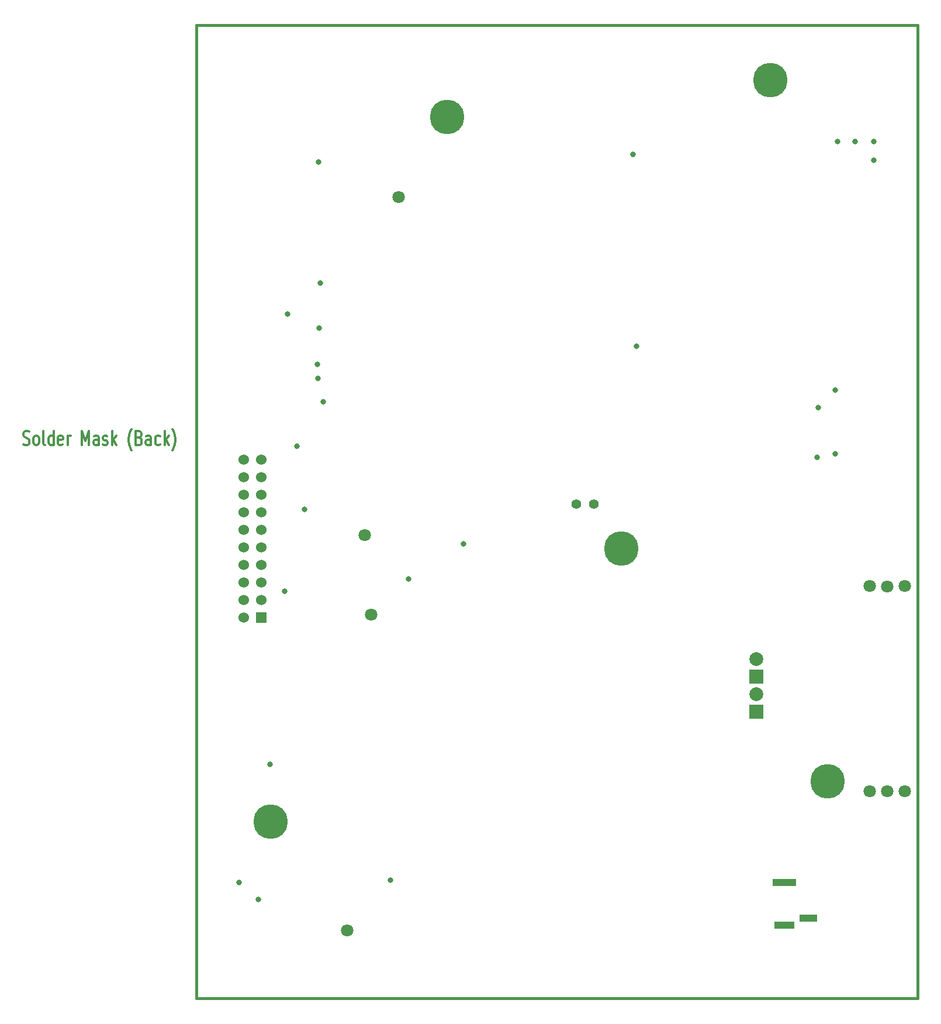
<source format=gbs>
G04 (created by PCBNEW-RS274X (2012-01-19 BZR 3256)-stable) date 05/03/2012 19:10:03*
G01*
G70*
G90*
%MOIN*%
G04 Gerber Fmt 3.4, Leading zero omitted, Abs format*
%FSLAX34Y34*%
G04 APERTURE LIST*
%ADD10C,0.009800*%
%ADD11C,0.012000*%
%ADD12C,0.015000*%
%ADD13R,0.060000X0.060000*%
%ADD14C,0.060000*%
%ADD15R,0.137800X0.039400*%
%ADD16R,0.118100X0.039400*%
%ADD17R,0.098400X0.039400*%
%ADD18R,0.078700X0.078700*%
%ADD19C,0.078700*%
%ADD20C,0.070900*%
%ADD21C,0.031600*%
%ADD22C,0.055000*%
%ADD23C,0.196900*%
G04 APERTURE END LIST*
G54D10*
G54D11*
X05372Y-33760D02*
X05458Y-33798D01*
X05601Y-33798D01*
X05658Y-33760D01*
X05687Y-33722D01*
X05715Y-33645D01*
X05715Y-33569D01*
X05687Y-33493D01*
X05658Y-33455D01*
X05601Y-33417D01*
X05487Y-33379D01*
X05429Y-33341D01*
X05401Y-33303D01*
X05372Y-33226D01*
X05372Y-33150D01*
X05401Y-33074D01*
X05429Y-33036D01*
X05487Y-32998D01*
X05629Y-32998D01*
X05715Y-33036D01*
X06058Y-33798D02*
X06000Y-33760D01*
X05972Y-33722D01*
X05943Y-33645D01*
X05943Y-33417D01*
X05972Y-33341D01*
X06000Y-33303D01*
X06058Y-33264D01*
X06143Y-33264D01*
X06200Y-33303D01*
X06229Y-33341D01*
X06258Y-33417D01*
X06258Y-33645D01*
X06229Y-33722D01*
X06200Y-33760D01*
X06143Y-33798D01*
X06058Y-33798D01*
X06601Y-33798D02*
X06543Y-33760D01*
X06515Y-33684D01*
X06515Y-32998D01*
X07086Y-33798D02*
X07086Y-32998D01*
X07086Y-33760D02*
X07029Y-33798D01*
X06915Y-33798D01*
X06857Y-33760D01*
X06829Y-33722D01*
X06800Y-33645D01*
X06800Y-33417D01*
X06829Y-33341D01*
X06857Y-33303D01*
X06915Y-33264D01*
X07029Y-33264D01*
X07086Y-33303D01*
X07600Y-33760D02*
X07543Y-33798D01*
X07429Y-33798D01*
X07372Y-33760D01*
X07343Y-33684D01*
X07343Y-33379D01*
X07372Y-33303D01*
X07429Y-33264D01*
X07543Y-33264D01*
X07600Y-33303D01*
X07629Y-33379D01*
X07629Y-33455D01*
X07343Y-33531D01*
X07886Y-33798D02*
X07886Y-33264D01*
X07886Y-33417D02*
X07914Y-33341D01*
X07943Y-33303D01*
X08000Y-33264D01*
X08057Y-33264D01*
X08714Y-33798D02*
X08714Y-32998D01*
X08914Y-33569D01*
X09114Y-32998D01*
X09114Y-33798D01*
X09657Y-33798D02*
X09657Y-33379D01*
X09628Y-33303D01*
X09571Y-33264D01*
X09457Y-33264D01*
X09400Y-33303D01*
X09657Y-33760D02*
X09600Y-33798D01*
X09457Y-33798D01*
X09400Y-33760D01*
X09371Y-33684D01*
X09371Y-33607D01*
X09400Y-33531D01*
X09457Y-33493D01*
X09600Y-33493D01*
X09657Y-33455D01*
X09914Y-33760D02*
X09971Y-33798D01*
X10086Y-33798D01*
X10143Y-33760D01*
X10171Y-33684D01*
X10171Y-33645D01*
X10143Y-33569D01*
X10086Y-33531D01*
X10000Y-33531D01*
X09943Y-33493D01*
X09914Y-33417D01*
X09914Y-33379D01*
X09943Y-33303D01*
X10000Y-33264D01*
X10086Y-33264D01*
X10143Y-33303D01*
X10429Y-33798D02*
X10429Y-32998D01*
X10486Y-33493D02*
X10657Y-33798D01*
X10657Y-33264D02*
X10429Y-33569D01*
X11543Y-34103D02*
X11515Y-34064D01*
X11458Y-33950D01*
X11429Y-33874D01*
X11400Y-33760D01*
X11372Y-33569D01*
X11372Y-33417D01*
X11400Y-33226D01*
X11429Y-33112D01*
X11458Y-33036D01*
X11515Y-32922D01*
X11543Y-32884D01*
X11972Y-33379D02*
X12058Y-33417D01*
X12086Y-33455D01*
X12115Y-33531D01*
X12115Y-33645D01*
X12086Y-33722D01*
X12058Y-33760D01*
X12000Y-33798D01*
X11772Y-33798D01*
X11772Y-32998D01*
X11972Y-32998D01*
X12029Y-33036D01*
X12058Y-33074D01*
X12086Y-33150D01*
X12086Y-33226D01*
X12058Y-33303D01*
X12029Y-33341D01*
X11972Y-33379D01*
X11772Y-33379D01*
X12629Y-33798D02*
X12629Y-33379D01*
X12600Y-33303D01*
X12543Y-33264D01*
X12429Y-33264D01*
X12372Y-33303D01*
X12629Y-33760D02*
X12572Y-33798D01*
X12429Y-33798D01*
X12372Y-33760D01*
X12343Y-33684D01*
X12343Y-33607D01*
X12372Y-33531D01*
X12429Y-33493D01*
X12572Y-33493D01*
X12629Y-33455D01*
X13172Y-33760D02*
X13115Y-33798D01*
X13001Y-33798D01*
X12943Y-33760D01*
X12915Y-33722D01*
X12886Y-33645D01*
X12886Y-33417D01*
X12915Y-33341D01*
X12943Y-33303D01*
X13001Y-33264D01*
X13115Y-33264D01*
X13172Y-33303D01*
X13429Y-33798D02*
X13429Y-32998D01*
X13486Y-33493D02*
X13657Y-33798D01*
X13657Y-33264D02*
X13429Y-33569D01*
X13858Y-34103D02*
X13886Y-34064D01*
X13943Y-33950D01*
X13972Y-33874D01*
X14001Y-33760D01*
X14029Y-33569D01*
X14029Y-33417D01*
X14001Y-33226D01*
X13972Y-33112D01*
X13943Y-33036D01*
X13886Y-32922D01*
X13858Y-32884D01*
G54D12*
X56358Y-09882D02*
X56358Y-11083D01*
X15236Y-09882D02*
X15236Y-11063D01*
X56358Y-65335D02*
X15236Y-65335D01*
X15236Y-09882D02*
X56358Y-09882D01*
X56358Y-65335D02*
X56358Y-11102D01*
X15236Y-18661D02*
X15236Y-11102D01*
X15236Y-65315D02*
X15236Y-65335D01*
X15236Y-18681D02*
X15236Y-65315D01*
G54D13*
X18935Y-43630D03*
G54D14*
X17935Y-43630D03*
X18935Y-42630D03*
X17935Y-42630D03*
X18935Y-41630D03*
X17935Y-41630D03*
X18935Y-40630D03*
X17935Y-40630D03*
X18935Y-39630D03*
X17935Y-39630D03*
X18935Y-38630D03*
X17935Y-38630D03*
X18935Y-37630D03*
X17935Y-37630D03*
X18935Y-36630D03*
X17935Y-36630D03*
X18935Y-35630D03*
X17935Y-35630D03*
X18935Y-34630D03*
X17935Y-34630D03*
G54D15*
X48761Y-58720D03*
G54D16*
X48761Y-61161D03*
G54D17*
X50139Y-60767D03*
G54D18*
X47165Y-47008D03*
G54D19*
X47165Y-46008D03*
G54D18*
X47169Y-49008D03*
G54D19*
X47169Y-48008D03*
G54D20*
X23829Y-61467D03*
X26762Y-19656D03*
X25187Y-43474D03*
X24823Y-38927D03*
G54D21*
X26289Y-58593D03*
X27323Y-41427D03*
X53868Y-16516D03*
X53868Y-17579D03*
X52795Y-16496D03*
X51791Y-16496D03*
G54D20*
X54634Y-53543D03*
X55630Y-53543D03*
X53622Y-53543D03*
X54630Y-41854D03*
X55630Y-41850D03*
X53622Y-41850D03*
G54D21*
X18770Y-59685D03*
X22205Y-17677D03*
X20256Y-42126D03*
X21388Y-37461D03*
X30472Y-39449D03*
X40325Y-28159D03*
X40148Y-17224D03*
X22470Y-31329D03*
X22156Y-29990D03*
X19449Y-52008D03*
X17677Y-58740D03*
X20974Y-33858D03*
X50650Y-34488D03*
X22224Y-27136D03*
X51663Y-34311D03*
X51663Y-30679D03*
X50709Y-31673D03*
G54D22*
X36892Y-37165D03*
X37892Y-37165D03*
G54D21*
X22303Y-24567D03*
X22146Y-29203D03*
G54D23*
X19469Y-55266D03*
X51220Y-52953D03*
X39469Y-39715D03*
X29547Y-15089D03*
X47972Y-12992D03*
G54D21*
X20443Y-26348D03*
M02*

</source>
